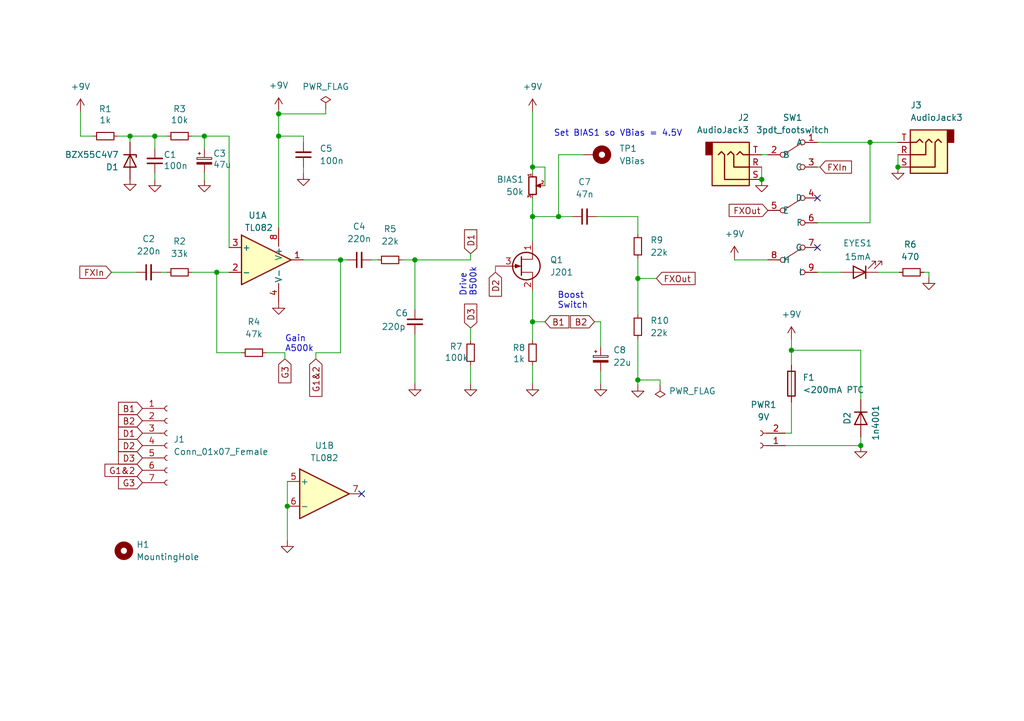
<source format=kicad_sch>
(kicad_sch (version 20211123) (generator eeschema)
  (paper "A5")
  (title_block (title "Ray guitar pedal") (rev "1.0") (company "Dohle"))
  (lib_symbols
    (symbol "Amplifier_Operational:TL082" (pin_names (offset 0.127))
      (property "Reference" "U" (at 0 5.08 0))
      (property "Value" "TL082" (at 0 -5.08 0))
      (symbol "TL082_1_1"
        (polyline (pts (xy -5.08 5.08) (xy 5.08 0) (xy -5.08 -5.08) (xy -5.08 5.08)) (stroke (width 0.254)) (fill (type background)))
        (pin output line (at 7.62 0 180) (length 2.54) (name "~") (number "1"))
        (pin input line (at -7.62 -2.54 0) (length 2.54) (name "-") (number "2"))
        (pin input line (at -7.62 2.54 0) (length 2.54) (name "+") (number "3"))
      )
      (symbol "TL082_2_1"
        (polyline (pts (xy -5.08 5.08) (xy 5.08 0) (xy -5.08 -5.08) (xy -5.08 5.08)) (stroke (width 0.254)) (fill (type background)))
        (pin input line (at -7.62 2.54 0) (length 2.54) (name "+") (number "5"))
        (pin input line (at -7.62 -2.54 0) (length 2.54) (name "-") (number "6"))
        (pin output line (at 7.62 0 180) (length 2.54) (name "~") (number "7"))
      )
      (symbol "TL082_3_1"
        (pin power_in line (at -2.54 -7.62 90) (length 3.81) (name "V-") (number "4"))
        (pin power_in line (at -2.54 7.62 270) (length 3.81) (name "V+") (number "8"))
      )
    )
    (symbol "Connector:AudioJack3"
      (property "Reference" "J" (at 0 8.89 0))
      (property "Value" "AudioJack3" (at 0 6.35 0))
      (symbol "AudioJack3_0_1"
        (rectangle (start -5.08 -5.08) (end -6.35 -2.54) (stroke (width 0.254)) (fill (type outline)))
        (polyline (pts (xy 0 -2.54) (xy 0.635 -3.175) (xy 1.27 -2.54) (xy 2.54 -2.54)) (stroke (width 0.254)))
        (polyline (pts (xy -1.905 -2.54) (xy -1.27 -3.175) (xy -0.635 -2.54) (xy -0.635 0) (xy 2.54 0)) (stroke (width 0.254)))
        (polyline (pts (xy 2.54 2.54) (xy -2.54 2.54) (xy -2.54 -2.54) (xy -3.175 -3.175) (xy -3.81 -2.54)) (stroke (width 0.254)))
        (rectangle (start 2.54 3.81) (end -5.08 -5.08) (stroke (width 0.254)) (fill (type background)))
      )
      (symbol "AudioJack3_1_1"
        (pin passive line (at 5.08 0 180) (length 2.54) (name "~") (number "R"))
        (pin passive line (at 5.08 2.54 180) (length 2.54) (name "~") (number "S"))
        (pin passive line (at 5.08 -2.54 180) (length 2.54) (name "~") (number "T"))
      )
    )
    (symbol "Connector:Conn_01x02_Female" (pin_names (offset 1.016) hide)
      (property "Reference" "J" (at 0 2.54 0))
      (property "Value" "Conn_01x02_Female" (at 0 -5.08 0))
      (symbol "Conn_01x02_Female_1_1"
        (arc (start 0 -2.032) (mid -0.508 -2.54) (end 0 -3.048) (stroke (width 0.1524)))
        (polyline (pts (xy -1.27 -2.54) (xy -0.508 -2.54)) (stroke (width 0.1524)))
        (polyline (pts (xy -1.27 0) (xy -0.508 0)) (stroke (width 0.1524)))
        (arc (start 0 0.508) (mid -0.508 0) (end 0 -0.508) (stroke (width 0.1524)))
        (pin passive line (at -5.08 0 0) (length 3.81) (name "Pin_1") (number "1"))
        (pin passive line (at -5.08 -2.54 0) (length 3.81) (name "Pin_2") (number "2"))
      )
    )
    (symbol "Connector:Conn_01x07_Female" (pin_names (offset 1.016) hide)
      (property "Reference" "J" (at 0 10.16 0))
      (property "Value" "Conn_01x07_Female" (at 0 -10.16 0))
      (symbol "Conn_01x07_Female_1_1"
        (arc (start 0 -7.112) (mid -0.508 -7.62) (end 0 -8.128) (stroke (width 0.1524)))
        (arc (start 0 -4.572) (mid -0.508 -5.08) (end 0 -5.588) (stroke (width 0.1524)))
        (arc (start 0 -2.032) (mid -0.508 -2.54) (end 0 -3.048) (stroke (width 0.1524)))
        (polyline (pts (xy -1.27 -7.62) (xy -0.508 -7.62)) (stroke (width 0.1524)))
        (polyline (pts (xy -1.27 -5.08) (xy -0.508 -5.08)) (stroke (width 0.1524)))
        (polyline (pts (xy -1.27 -2.54) (xy -0.508 -2.54)) (stroke (width 0.1524)))
        (polyline (pts (xy -1.27 0) (xy -0.508 0)) (stroke (width 0.1524)))
        (polyline (pts (xy -1.27 2.54) (xy -0.508 2.54)) (stroke (width 0.1524)))
        (polyline (pts (xy -1.27 5.08) (xy -0.508 5.08)) (stroke (width 0.1524)))
        (polyline (pts (xy -1.27 7.62) (xy -0.508 7.62)) (stroke (width 0.1524)))
        (arc (start 0 0.508) (mid -0.508 0) (end 0 -0.508) (stroke (width 0.1524)))
        (arc (start 0 3.048) (mid -0.508 2.54) (end 0 2.032) (stroke (width 0.1524)))
        (arc (start 0 5.588) (mid -0.508 5.08) (end 0 4.572) (stroke (width 0.1524)))
        (arc (start 0 8.128) (mid -0.508 7.62) (end 0 7.112) (stroke (width 0.1524)))
        (pin passive line (at -5.08 7.62 0) (length 3.81) (name "Pin_1") (number "1"))
        (pin passive line (at -5.08 5.08 0) (length 3.81) (name "Pin_2") (number "2"))
        (pin passive line (at -5.08 2.54 0) (length 3.81) (name "Pin_3") (number "3"))
        (pin passive line (at -5.08 0 0) (length 3.81) (name "Pin_4") (number "4"))
        (pin passive line (at -5.08 -2.54 0) (length 3.81) (name "Pin_5") (number "5"))
        (pin passive line (at -5.08 -5.08 0) (length 3.81) (name "Pin_6") (number "6"))
        (pin passive line (at -5.08 -7.62 0) (length 3.81) (name "Pin_7") (number "7"))
      )
    )
    (symbol "Device:C_Polarized_Small" (pin_numbers hide) (pin_names (offset 0.254) hide)
      (property "Reference" "C" (at 0.254 1.778 0))
      (property "Value" "C_Polarized_Small" (at 0.254 -2.032 0))
      (symbol "C_Polarized_Small_0_1"
        (rectangle (start -1.524 -0.3048) (end 1.524 -0.6858) (fill (type outline)))
        (rectangle (start -1.524 0.6858) (end 1.524 0.3048))
        (polyline (pts (xy -1.27 1.524) (xy -0.762 1.524)))
        (polyline (pts (xy -1.016 1.27) (xy -1.016 1.778)))
      )
      (symbol "C_Polarized_Small_1_1"
        (pin passive line (at 0 2.54 270) (length 1.8542) (name "~") (number "1"))
        (pin passive line (at 0 -2.54 90) (length 1.8542) (name "~") (number "2"))
      )
    )
    (symbol "Device:C_Small" (pin_numbers hide) (pin_names (offset 0.254) hide)
      (property "Reference" "C" (at 0.254 1.778 0))
      (property "Value" "C_Small" (at 0.254 -2.032 0))
      (symbol "C_Small_0_1"
        (polyline (pts (xy -1.524 -0.508) (xy 1.524 -0.508)) (stroke (width 0.3302)))
        (polyline (pts (xy -1.524 0.508) (xy 1.524 0.508)) (stroke (width 0.3048)))
      )
      (symbol "C_Small_1_1"
        (pin passive line (at 0 2.54 270) (length 2.032) (name "~") (number "1"))
        (pin passive line (at 0 -2.54 90) (length 2.032) (name "~") (number "2"))
      )
    )
    (symbol "Device:D_Zener" (pin_numbers hide) (pin_names (offset 1.016) hide)
      (property "Reference" "D" (at 0 2.54 0))
      (property "Value" "D_Zener" (at 0 -2.54 0))
      (symbol "D_Zener_0_1"
        (polyline (pts (xy 1.27 0) (xy -1.27 0)))
        (polyline (pts (xy -1.27 -1.27) (xy -1.27 1.27) (xy -0.762 1.27)) (stroke (width 0.254)))
        (polyline (pts (xy 1.27 -1.27) (xy 1.27 1.27) (xy -1.27 0) (xy 1.27 -1.27)) (stroke (width 0.254)))
      )
      (symbol "D_Zener_1_1"
        (pin passive line (at -3.81 0 0) (length 2.54) (name "K") (number "1"))
        (pin passive line (at 3.81 0 180) (length 2.54) (name "A") (number "2"))
      )
    )
    (symbol "Device:Fuse" (pin_numbers hide) (pin_names (offset 0))
      (property "Reference" "F" (at 2.032 0 90))
      (property "Value" "Fuse" (at -1.905 0 90))
      (symbol "Fuse_0_1"
        (rectangle (start -0.762 -2.54) (end 0.762 2.54) (stroke (width 0.254)))
        (polyline (pts (xy 0 2.54) (xy 0 -2.54)))
      )
      (symbol "Fuse_1_1"
        (pin passive line (at 0 3.81 270) (length 1.27) (name "~") (number "1"))
        (pin passive line (at 0 -3.81 90) (length 1.27) (name "~") (number "2"))
      )
    )
    (symbol "Device:LED" (pin_numbers hide) (pin_names (offset 1.016) hide)
      (property "Reference" "D" (at 0 2.54 0))
      (property "Value" "LED" (at 0 -2.54 0))
      (symbol "LED_0_1"
        (polyline (pts (xy -1.27 -1.27) (xy -1.27 1.27)) (stroke (width 0.254)))
        (polyline (pts (xy -1.27 0) (xy 1.27 0)))
        (polyline (pts (xy 1.27 -1.27) (xy 1.27 1.27) (xy -1.27 0) (xy 1.27 -1.27)) (stroke (width 0.254)))
        (polyline (pts (xy -3.048 -0.762) (xy -4.572 -2.286) (xy -3.81 -2.286) (xy -4.572 -2.286) (xy -4.572 -1.524)))
        (polyline (pts (xy -1.778 -0.762) (xy -3.302 -2.286) (xy -2.54 -2.286) (xy -3.302 -2.286) (xy -3.302 -1.524)))
      )
      (symbol "LED_1_1"
        (pin passive line (at -3.81 0 0) (length 2.54) (name "K") (number "1"))
        (pin passive line (at 3.81 0 180) (length 2.54) (name "A") (number "2"))
      )
    )
    (symbol "Device:Q_NJFET_DSG" (pin_names (offset 0) hide)
      (property "Reference" "Q" (at 5.08 1.27 0))
      (property "Value" "Q_NJFET_DSG" (at 5.08 -1.27 0))
      (symbol "Q_NJFET_DSG_0_1"
        (polyline (pts (xy 0.254 1.905) (xy 0.254 -1.905) (xy 0.254 -1.905)) (stroke (width 0.254)))
        (polyline (pts (xy 2.54 -2.54) (xy 2.54 -1.27) (xy 0.254 -1.27)))
        (polyline (pts (xy 2.54 2.54) (xy 2.54 1.397) (xy 0.254 1.397)))
        (polyline (pts (xy 0 0) (xy -1.016 0.381) (xy -1.016 -0.381) (xy 0 0)) (fill (type outline)))
        (circle (center 1.27 0) (radius 2.8194) (stroke (width 0.254)))
      )
      (symbol "Q_NJFET_DSG_1_1"
        (pin passive line (at 2.54 5.08 270) (length 2.54) (name "D") (number "1"))
        (pin passive line (at 2.54 -5.08 90) (length 2.54) (name "S") (number "2"))
        (pin input line (at -5.08 0 0) (length 5.334) (name "G") (number "3"))
      )
    )
    (symbol "Device:R_Potentiometer_Small" (pin_names (offset 1.016) hide)
      (property "Reference" "RV" (at -4.445 0 90))
      (property "Value" "R_Potentiometer_Small" (at -2.54 0 90))
      (symbol "R_Potentiometer_Small_0_1"
        (polyline (pts (xy 0.889 0) (xy 0.635 0) (xy 1.651 0.381) (xy 1.651 -0.381) (xy 0.635 0) (xy 0.889 0)) (fill (type outline)))
        (rectangle (start 0.762 1.8034) (end -0.762 -1.8034) (stroke (width 0.254)))
      )
      (symbol "R_Potentiometer_Small_1_1"
        (pin passive line (at 0 2.54 270) (length 0.635) (name "1") (number "1"))
        (pin passive line (at 2.54 0 180) (length 0.9906) (name "2") (number "2"))
        (pin passive line (at 0 -2.54 90) (length 0.635) (name "3") (number "3"))
      )
    )
    (symbol "Device:R_Small" (pin_numbers hide) (pin_names (offset 0.254) hide)
      (property "Reference" "R" (at 0.762 0.508 0))
      (property "Value" "R_Small" (at 0.762 -1.016 0))
      (symbol "R_Small_0_1"
        (rectangle (start -0.762 1.778) (end 0.762 -1.778) (stroke (width 0.2032)))
      )
      (symbol "R_Small_1_1"
        (pin passive line (at 0 2.54 270) (length 0.762) (name "~") (number "1"))
        (pin passive line (at 0 -2.54 90) (length 0.762) (name "~") (number "2"))
      )
    )
    (symbol "Diode:1N4148" (pin_numbers hide) (pin_names (offset 1.016) hide)
      (property "Reference" "D" (at 0 2.54 0))
      (property "Value" "1N4148" (at 0 -2.54 0))
      (symbol "1N4148_0_1"
        (polyline (pts (xy -1.27 1.27) (xy -1.27 -1.27)) (stroke (width 0.254)))
        (polyline (pts (xy 1.27 0) (xy -1.27 0)))
        (polyline (pts (xy 1.27 1.27) (xy 1.27 -1.27) (xy -1.27 0) (xy 1.27 1.27)) (stroke (width 0.254)))
      )
      (symbol "1N4148_1_1"
        (pin passive line (at -3.81 0 0) (length 2.54) (name "K") (number "1"))
        (pin passive line (at 3.81 0 180) (length 2.54) (name "A") (number "2"))
      )
    )
    (symbol "Mechanical:MountingHole" (pin_names (offset 1.016))
      (property "Reference" "H" (at 0 5.08 0))
      (property "Value" "MountingHole" (at 0 3.175 0))
      (symbol "MountingHole_0_1"
        (circle (center 0 0) (radius 1.27) (stroke (width 1.27)))
      )
    )
    (symbol "Mechanical:MountingHole_Pad" (pin_numbers hide) (pin_names (offset 1.016) hide)
      (property "Reference" "H" (at 0 6.35 0))
      (property "Value" "MountingHole_Pad" (at 0 4.445 0))
      (symbol "MountingHole_Pad_0_1"
        (circle (center 0 1.27) (radius 1.27) (stroke (width 1.27)))
      )
      (symbol "MountingHole_Pad_1_1"
        (pin input line (at 0 -2.54 90) (length 2.54) (name "1") (number "1"))
      )
    )
    (symbol "power:+9V" (power) (pin_names (offset 0))
      (property "Value" "+9V" (at 0 3.556 0))
      (symbol "+9V_0_1"
        (polyline (pts (xy -0.762 1.27) (xy 0 2.54)))
        (polyline (pts (xy 0 0) (xy 0 2.54)))
        (polyline (pts (xy 0 2.54) (xy 0.762 1.27)))
      )
      (symbol "+9V_1_1"
        (pin power_in line (at 0 0 90) (length 0) hide (name "+9V") (number "1"))
      )
    )
    (symbol "power:GND" (power) (pin_names (offset 0))
      (property "Value" "GND" (at 0 -3.81 0))
      (symbol "GND_0_1"
        (polyline (pts (xy 0 0) (xy 0 -1.27) (xy 1.27 -1.27) (xy 0 -2.54) (xy -1.27 -1.27) (xy 0 -1.27)))
      )
      (symbol "GND_1_1"
        (pin power_in line (at 0 0 270) (length 0) hide (name "GND") (number "1"))
      )
    )
    (symbol "power:PWR_FLAG" (power) (pin_numbers hide) (pin_names (offset 0) hide)
      (property "Value" "PWR_FLAG" (at 0 3.81 0))
      (symbol "PWR_FLAG_0_0"
        (pin power_out line (at 0 0 90) (length 0) (name "pwr") (number "1"))
      )
      (symbol "PWR_FLAG_0_1"
        (polyline (pts (xy 0 0) (xy 0 1.27) (xy -1.016 1.905) (xy 0 2.54) (xy 1.016 1.905) (xy 0 1.27)))
      )
    )
    (symbol "symbols:3pdt_footswitch"
      (property "Reference" "SW" (at 0 21.59 0))
      (property "Value" "3pdt_footswitch" (at 1.27 -15.875 0))
      (symbol "3pdt_footswitch_0_0"
        (circle (center -0.127 -8.89) (radius 0.508))
        (circle (center -0.127 1.27) (radius 0.508))
        (circle (center -0.127 12.7) (radius 0.508))
        (circle (center 3.937 -11.43) (radius 0.508))
        (circle (center 3.937 -1.27) (radius 0.508))
        (circle (center 3.937 10.16) (radius 0.508))
      )
      (symbol "3pdt_footswitch_0_1"
        (polyline (pts (xy 0.381 -8.636) (xy 3.556 -6.604)))
        (polyline (pts (xy 0.381 1.524) (xy 3.556 3.556)))
        (polyline (pts (xy 0.381 12.954) (xy 3.556 14.986)))
        (circle (center 3.937 -6.35) (radius 0.508))
        (circle (center 3.937 3.81) (radius 0.508))
        (circle (center 3.937 15.24) (radius 0.508))
      )
      (symbol "3pdt_footswitch_1_1"
        (pin passive line (at 6.985 15.24 180) (length 2.54) (name "A") (number "1"))
        (pin passive line (at -3.175 12.7 0) (length 2.54) (name "B") (number "2"))
        (pin passive line (at 6.985 10.16 180) (length 2.54) (name "C") (number "3"))
        (pin passive line (at 6.985 3.81 180) (length 2.54) (name "D") (number "4"))
        (pin passive line (at -3.175 1.27 0) (length 2.54) (name "E") (number "5"))
        (pin passive line (at 6.985 -1.27 180) (length 2.54) (name "F") (number "6"))
        (pin passive line (at 6.985 -6.35 180) (length 2.54) (name "G") (number "7"))
        (pin passive line (at -3.175 -8.89 0) (length 2.54) (name "H") (number "8"))
        (pin passive line (at 6.985 -11.43 180) (length 2.54) (name "I") (number "9"))
      )
    )
  )
  (junction (at 109.22 34.29))
  (junction (at 114.554 44.45))
  (junction (at 31.75 27.94))
  (junction (at 178.435 29.21))
  (junction (at 44.45 55.88))
  (junction (at 26.67 27.94))
  (junction (at 130.81 77.978))
  (junction (at 57.15 27.94))
  (junction (at 184.15 34.29))
  (junction (at 130.81 57.15))
  (junction (at 162.306 71.882))
  (junction (at 57.15 23.368))
  (junction (at 69.85 53.34))
  (junction (at 109.22 66.04))
  (junction (at 176.53 91.44))
  (junction (at 85.09 53.34))
  (junction (at 41.91 27.94))
  (junction (at 58.928 103.886))
  (junction (at 109.22 44.45))
  (junction (at 156.21 36.83))
  (no_connect (at 167.64 50.8))
  (no_connect (at 167.64 40.64))
  (no_connect (at 74.168 101.346))
  (wire (pts (xy 58.928 103.886) (xy 58.928 110.871)))
  (wire (pts (xy 167.64 45.72) (xy 178.435 45.72)))
  (wire (pts (xy 96.52 74.93) (xy 96.52 78.74)))
  (wire (pts (xy 85.09 53.34) (xy 85.09 63.5)))
  (wire (pts (xy 109.22 44.45) (xy 109.22 49.53)))
  (wire (pts (xy 114.554 44.45) (xy 117.348 44.45)))
  (wire (pts (xy 31.75 27.94) (xy 34.29 27.94)))
  (wire (pts (xy 85.09 53.34) (xy 96.52 53.34)))
  (wire (pts (xy 33.02 55.88) (xy 34.29 55.88)))
  (wire (pts (xy 109.22 74.93) (xy 109.22 78.74)))
  (wire (pts (xy 57.15 27.94) (xy 62.23 27.94)))
  (wire (pts (xy 109.22 44.45) (xy 114.554 44.45)))
  (wire (pts (xy 44.45 55.88) (xy 46.99 55.88)))
  (wire (pts (xy 184.15 31.75) (xy 184.15 34.29)))
  (wire (pts (xy 54.61 72.39) (xy 58.42 72.39)))
  (wire (pts (xy 176.53 71.882) (xy 162.306 71.882)))
  (wire (pts (xy 46.99 50.8) (xy 46.99 27.94)))
  (wire (pts (xy 189.484 55.88) (xy 190.5 55.88)))
  (wire (pts (xy 109.22 40.64) (xy 109.22 44.45)))
  (wire (pts (xy 41.91 30.48) (xy 41.91 27.94)))
  (wire (pts (xy 130.81 64.516) (xy 130.81 57.15)))
  (wire (pts (xy 96.52 67.31) (xy 96.52 69.85)))
  (wire (pts (xy 46.99 27.94) (xy 41.91 27.94)))
  (wire (pts (xy 178.435 29.21) (xy 184.15 29.21)))
  (wire (pts (xy 57.15 23.368) (xy 57.15 27.94)))
  (wire (pts (xy 49.53 72.39) (xy 44.45 72.39)))
  (wire (pts (xy 96.52 53.34) (xy 96.52 52.07)))
  (wire (pts (xy 123.19 76.2) (xy 123.19 78.74)))
  (wire (pts (xy 121.92 66.04) (xy 123.19 66.04)))
  (wire (pts (xy 130.81 69.596) (xy 130.81 77.978)))
  (wire (pts (xy 109.22 22.86) (xy 109.22 34.29)))
  (wire (pts (xy 66.802 22.352) (xy 66.802 23.368)))
  (wire (pts (xy 123.19 66.04) (xy 123.19 71.12)))
  (wire (pts (xy 150.622 53.086) (xy 150.622 53.34)))
  (wire (pts (xy 19.05 27.94) (xy 16.51 27.94)))
  (wire (pts (xy 85.09 68.58) (xy 85.09 78.74)))
  (wire (pts (xy 161.036 88.9) (xy 162.306 88.9)))
  (wire (pts (xy 162.306 82.55) (xy 162.306 88.9)))
  (wire (pts (xy 26.67 36.576) (xy 26.67 36.83)))
  (wire (pts (xy 58.42 73.66) (xy 58.42 72.39)))
  (wire (pts (xy 167.64 34.29) (xy 168.148 34.29)))
  (wire (pts (xy 64.77 72.39) (xy 69.85 72.39)))
  (wire (pts (xy 122.428 44.45) (xy 130.81 44.45)))
  (wire (pts (xy 130.81 77.978) (xy 130.81 78.994)))
  (wire (pts (xy 24.13 27.94) (xy 26.67 27.94)))
  (wire (pts (xy 172.466 55.88) (xy 167.64 55.88)))
  (wire (pts (xy 62.23 27.94) (xy 62.23 29.21)))
  (wire (pts (xy 66.802 23.368) (xy 57.15 23.368)))
  (wire (pts (xy 41.91 27.94) (xy 39.37 27.94)))
  (wire (pts (xy 101.6 54.61) (xy 101.6 55.88)))
  (wire (pts (xy 69.85 53.34) (xy 71.12 53.34)))
  (wire (pts (xy 109.22 66.04) (xy 109.22 69.85)))
  (wire (pts (xy 111.76 66.04) (xy 109.22 66.04)))
  (wire (pts (xy 161.036 91.44) (xy 176.53 91.44)))
  (wire (pts (xy 69.85 72.39) (xy 69.85 53.34)))
  (wire (pts (xy 109.22 34.29) (xy 109.22 35.56)))
  (wire (pts (xy 130.81 57.15) (xy 134.62 57.15)))
  (wire (pts (xy 167.64 29.21) (xy 178.435 29.21)))
  (wire (pts (xy 111.76 34.29) (xy 109.22 34.29)))
  (wire (pts (xy 157.48 31.75) (xy 156.21 31.75)))
  (wire (pts (xy 31.75 35.56) (xy 31.75 36.83)))
  (wire (pts (xy 150.622 53.34) (xy 157.48 53.34)))
  (wire (pts (xy 82.55 53.34) (xy 85.09 53.34)))
  (wire (pts (xy 62.23 34.29) (xy 62.23 35.56)))
  (wire (pts (xy 26.67 27.94) (xy 31.75 27.94)))
  (wire (pts (xy 176.53 89.662) (xy 176.53 91.44)))
  (wire (pts (xy 64.77 73.66) (xy 64.77 72.39)))
  (wire (pts (xy 130.81 44.45) (xy 130.81 48.006)))
  (wire (pts (xy 76.2 53.34) (xy 77.47 53.34)))
  (wire (pts (xy 44.45 72.39) (xy 44.45 55.88)))
  (wire (pts (xy 130.81 57.15) (xy 130.81 53.086)))
  (wire (pts (xy 39.37 55.88) (xy 44.45 55.88)))
  (wire (pts (xy 62.23 53.34) (xy 69.85 53.34)))
  (wire (pts (xy 176.53 82.042) (xy 176.53 71.882)))
  (wire (pts (xy 41.91 35.56) (xy 41.91 36.83)))
  (wire (pts (xy 119.634 31.75) (xy 114.554 31.75)))
  (wire (pts (xy 58.928 98.806) (xy 58.928 103.886)))
  (wire (pts (xy 109.22 59.69) (xy 109.22 66.04)))
  (wire (pts (xy 135.382 78.994) (xy 135.382 77.978)))
  (wire (pts (xy 26.67 27.94) (xy 26.67 29.21)))
  (wire (pts (xy 31.75 27.94) (xy 31.75 30.48)))
  (wire (pts (xy 57.15 22.606) (xy 57.15 23.368)))
  (wire (pts (xy 156.21 34.29) (xy 156.21 36.83)))
  (wire (pts (xy 111.76 38.1) (xy 111.76 34.29)))
  (wire (pts (xy 16.51 27.94) (xy 16.51 22.86)))
  (wire (pts (xy 190.5 55.88) (xy 190.5 56.896)))
  (wire (pts (xy 180.086 55.88) (xy 184.404 55.88)))
  (wire (pts (xy 162.306 71.882) (xy 162.306 74.93)))
  (wire (pts (xy 114.554 31.75) (xy 114.554 44.45)))
  (wire (pts (xy 130.81 77.978) (xy 135.382 77.978)))
  (wire (pts (xy 22.86 55.88) (xy 27.94 55.88)))
  (wire (pts (xy 57.15 27.94) (xy 57.15 46.736)))
  (wire (pts (xy 162.306 69.596) (xy 162.306 71.882)))
  (wire (pts (xy 178.435 29.21) (xy 178.435 45.72)))
  (text "Boost\nSwitch" (at 114.3 63.5 0) (effects (font (size 1.27 1.27)) (justify left bottom)))
  (text "Drive\nB500k\n" (at 97.79 60.96 90) (effects (font (size 1.27 1.27)) (justify left bottom)))
  (text "Set BIAS1 so VBias = 4.5V" (at 113.538 28.194 0) (effects (font (size 1.27 1.27)) (justify left bottom)))
  (text "Gain\nA500k\n" (at 58.42 72.39 0) (effects (font (size 1.27 1.27)) (justify left bottom)))
  (global_label "G1&2" (shape input) (at 64.77 73.66 270) (property "Intersheet References" "${INTERSHEET_REFS}" (effects hide)))
  (global_label "FXOut" (shape input) (at 134.62 57.15 0) (property "Intersheet References" "${INTERSHEET_REFS}" (effects hide)))
  (global_label "D1" (shape input) (at 96.52 52.07 90) (property "Intersheet References" "${INTERSHEET_REFS}" (effects hide)))
  (global_label "FXIn" (shape input) (at 168.148 34.29 0) (property "Intersheet References" "${INTERSHEET_REFS}" (effects hide)))
  (global_label "FXOut" (shape input) (at 157.48 43.18 180) (property "Intersheet References" "${INTERSHEET_REFS}" (effects hide)))
  (global_label "B2" (shape input) (at 121.92 66.04 180) (property "Intersheet References" "${INTERSHEET_REFS}" (effects hide)))
  (global_label "B1" (shape input) (at 111.76 66.04 0) (property "Intersheet References" "${INTERSHEET_REFS}" (effects hide)))
  (global_label "B1" (shape input) (at 29.21 83.82 180) (property "Intersheet References" "${INTERSHEET_REFS}" (effects hide)))
  (global_label "D2" (shape input) (at 29.21 91.44 180) (property "Intersheet References" "${INTERSHEET_REFS}" (effects hide)))
  (global_label "G3" (shape input) (at 58.42 73.66 270) (property "Intersheet References" "${INTERSHEET_REFS}" (effects hide)))
  (global_label "G3" (shape input) (at 29.21 99.06 180) (property "Intersheet References" "${INTERSHEET_REFS}" (effects hide)))
  (global_label "FXIn" (shape input) (at 22.86 55.88 180) (property "Intersheet References" "${INTERSHEET_REFS}" (effects hide)))
  (global_label "D3" (shape input) (at 29.21 93.98 180) (property "Intersheet References" "${INTERSHEET_REFS}" (effects hide)))
  (global_label "D2" (shape input) (at 101.6 55.88 270) (property "Intersheet References" "${INTERSHEET_REFS}" (effects hide)))
  (global_label "G1&2" (shape input) (at 29.21 96.52 180) (property "Intersheet References" "${INTERSHEET_REFS}" (effects hide)))
  (global_label "D1" (shape input) (at 29.21 88.9 180) (property "Intersheet References" "${INTERSHEET_REFS}" (effects hide)))
  (global_label "D3" (shape input) (at 96.52 67.31 90) (property "Intersheet References" "${INTERSHEET_REFS}" (effects hide)))
  (global_label "B2" (shape input) (at 29.21 86.36 180) (property "Intersheet References" "${INTERSHEET_REFS}" (effects hide)))
  (symbol (lib_id "Device:R_Small") (at 21.59 27.94 270) (unit 1)
    (property "Reference" "R1" (at 21.59 22.352 90))
    (property "Value" "1k" (at 21.59 24.638 90))
    (property "Footprint" "Resistor_THT:R_Axial_DIN0207_L6.3mm_D2.5mm_P10.16mm_Horizontal" (effects hide))
  )
  (symbol (lib_id "Device:R_Small") (at 130.81 67.056 180) (unit 1)
    (property "Reference" "R10" (at 133.35 65.7859 0) (effects (justify right)))
    (property "Value" "22k" (at 133.35 68.3259 0) (effects (justify right)))
    (property "Footprint" "Resistor_THT:R_Axial_DIN0207_L6.3mm_D2.5mm_P10.16mm_Horizontal" (effects hide))
  )
  (symbol (lib_id "Device:C_Small") (at 30.48 55.88 90) (unit 1)
    (property "Reference" "C2" (at 30.4863 49.022 90))
    (property "Value" "220n" (at 30.4863 51.562 90))
    (property "Footprint" "Capacitor_THT:C_Rect_L7.0mm_W4.5mm_P5.00mm" (effects hide))
  )
  (symbol (lib_id "power:+9V") (at 16.51 22.86 0) (unit 1)
    (property "Reference" "#PWR02" (effects hide))
    (property "Value" "+9V" (at 16.51 17.78 0))
  )
  (symbol (lib_id "power:GND") (at 184.15 34.29 0) (unit 1)
    (property "Reference" "#PWR020" (effects hide))
    (property "Value" "GND" (effects hide))
  )
  (symbol (lib_id "Device:R_Small") (at 186.944 55.88 90) (unit 1)
    (property "Reference" "R6" (at 186.69 50.165 90))
    (property "Value" "470" (at 186.69 52.705 90))
    (property "Footprint" "Resistor_THT:R_Axial_DIN0207_L6.3mm_D2.5mm_P10.16mm_Horizontal" (effects hide))
  )
  (symbol (lib_id "Mechanical:MountingHole_Pad") (at 122.174 31.75 270) (unit 1)
    (property "Reference" "TP1" (at 127 30.4799 90) (effects (justify left)))
    (property "Value" "VBias" (at 127 33.0199 90) (effects (justify left)))
    (property "Footprint" "TestPoint:TestPoint_THTPad_1.5x1.5mm_Drill0.7mm" (effects hide))
  )
  (symbol (lib_id "symbols:3pdt_footswitch") (at 160.655 44.45 0) (unit 1)
    (property "Reference" "SW1" (at 162.56 24.13 0))
    (property "Value" "3pdt_footswitch" (at 162.56 26.67 0))
    (property "Footprint" "footprints:3pdt_footswitch" (effects hide))
  )
  (symbol (lib_id "power:GND") (at 31.75 36.83 0) (unit 1)
    (property "Reference" "#PWR04" (effects hide))
    (property "Value" "GND" (effects hide))
  )
  (symbol (lib_id "Device:R_Small") (at 36.83 27.94 90) (unit 1)
    (property "Reference" "R3" (at 36.83 22.352 90))
    (property "Value" "10k" (at 36.83 24.638 90))
    (property "Footprint" "Resistor_THT:R_Axial_DIN0207_L6.3mm_D2.5mm_P10.16mm_Horizontal" (effects hide))
  )
  (symbol (lib_id "Device:R_Small") (at 96.52 72.39 180) (unit 1)
    (property "Reference" "R7" (at 92.202 71.12 0) (effects (justify right)))
    (property "Value" "100k" (at 91.186 73.406 0) (effects (justify right)))
    (property "Footprint" "Resistor_THT:R_Axial_DIN0207_L6.3mm_D2.5mm_P10.16mm_Horizontal" (effects hide))
  )
  (symbol (lib_id "Amplifier_Operational:TL082") (at 59.69 54.356 0) (unit 3)
    (property "Reference" "U1" (effects hide))
    (property "Value" "TL082" (effects hide))
    (property "Footprint" "Package_DIP:DIP-8_W7.62mm_Socket_LongPads" (effects hide))
    (property "Datasheet" "http://www.ti.com/lit/ds/symlink/tl081.pdf" (effects hide))
  )
  (symbol (lib_id "Device:C_Small") (at 31.75 33.02 180) (unit 1)
    (property "Reference" "C1" (at 33.528 31.75 0) (effects (justify right)))
    (property "Value" "100n" (at 33.528 34.036 0) (effects (justify right)))
    (property "Footprint" "Capacitor_THT:C_Rect_L7.0mm_W4.5mm_P5.00mm" (effects hide))
  )
  (symbol (lib_id "power:GND") (at 57.15 61.976 0) (unit 1)
    (property "Reference" "#PWR07" (effects hide))
    (property "Value" "GND" (effects hide))
  )
  (symbol (lib_id "power:GND") (at 109.22 78.74 0) (unit 1)
    (property "Reference" "#PWR014" (effects hide))
    (property "Value" "GND" (effects hide))
  )
  (symbol (lib_id "power:GND") (at 26.67 36.576 0) (unit 1)
    (property "Reference" "#PWR03" (effects hide))
    (property "Value" "GND" (effects hide))
  )
  (symbol (lib_id "Device:Q_NJFET_DSG") (at 106.68 54.61 0) (unit 1)
    (property "Reference" "Q1" (at 112.776 53.3399 0) (effects (justify left)))
    (property "Value" "J201" (at 112.776 55.8799 0) (effects (justify left)))
    (property "Footprint" "Package_TO_SOT_SMD:SOT-23_Handsoldering" (effects hide))
  )
  (symbol (lib_id "Mechanical:MountingHole") (at 25.4 113.03 0) (unit 1)
    (property "Reference" "H1" (at 27.94 111.7599 0) (effects (justify left)))
    (property "Value" "MountingHole" (at 27.94 114.2999 0) (effects (justify left)))
    (property "Footprint" "MountingHole:MountingHole_2.2mm_M2" (effects hide))
  )
  (symbol (lib_id "power:GND") (at 85.09 78.74 0) (unit 1)
    (property "Reference" "#PWR011" (effects hide))
    (property "Value" "GND" (effects hide))
  )
  (symbol (lib_id "power:+9V") (at 150.622 53.086 0) (unit 1)
    (property "Reference" "#PWR021" (effects hide))
    (property "Value" "+9V" (at 148.59 48.006 0) (effects (justify left)))
  )
  (symbol (lib_id "power:GND") (at 62.23 35.56 0) (unit 1)
    (property "Reference" "#PWR010" (effects hide))
    (property "Value" "GND" (effects hide))
  )
  (symbol (lib_id "power:+9V") (at 57.15 22.606 0) (unit 1)
    (property "Reference" "#PWR06" (effects hide))
    (property "Value" "+9V" (at 57.15 17.526 0))
  )
  (symbol (lib_id "power:GND") (at 156.21 36.83 0) (mirror y) (unit 1)
    (property "Reference" "#PWR0101" (effects hide))
    (property "Value" "GND" (effects hide))
  )
  (symbol (lib_id "Device:R_Potentiometer_Small") (at 109.22 38.1 0) (unit 1)
    (property "Reference" "BIAS1" (at 107.442 36.8299 0) (effects (justify right)))
    (property "Value" "50k" (at 107.442 39.3699 0) (effects (justify right)))
    (property "Footprint" "Potentiometer_THT:Potentiometer_Bourns_3299W_Vertical" (effects hide))
  )
  (symbol (lib_id "Amplifier_Operational:TL082") (at 66.548 101.346 0) (unit 2)
    (property "Reference" "U1" (at 66.548 91.44 0))
    (property "Value" "TL082" (at 66.548 93.98 0))
    (property "Footprint" "Package_DIP:DIP-8_W7.62mm_Socket_LongPads" (effects hide))
    (property "Datasheet" "http://www.ti.com/lit/ds/symlink/tl081.pdf" (effects hide))
  )
  (symbol (lib_id "Connector:Conn_01x02_Female") (at 155.956 91.44 180) (unit 1)
    (property "Reference" "PWR1" (at 156.591 83.058 0))
    (property "Value" "9V" (at 156.591 85.598 0))
    (property "Footprint" "Connector_JST:JST_PH_B2B-PH-K_1x02_P2.00mm_Vertical" (effects hide))
  )
  (symbol (lib_id "power:GND") (at 96.52 78.74 0) (unit 1)
    (property "Reference" "#PWR012" (effects hide))
    (property "Value" "GND" (effects hide))
  )
  (symbol (lib_id "Device:Fuse") (at 162.306 78.74 180) (unit 1)
    (property "Reference" "F1" (at 164.592 77.4699 0) (effects (justify right)))
    (property "Value" "<200mA PTC" (at 164.592 80.0099 0) (effects (justify right)))
    (property "Footprint" "Capacitor_THT:C_Rect_L7.0mm_W4.5mm_P5.00mm" (effects hide))
  )
  (symbol (lib_id "Device:R_Small") (at 130.81 50.546 180) (unit 1)
    (property "Reference" "R9" (at 133.35 49.2759 0) (effects (justify right)))
    (property "Value" "22k" (at 133.35 51.8159 0) (effects (justify right)))
    (property "Footprint" "Resistor_THT:R_Axial_DIN0207_L6.3mm_D2.5mm_P10.16mm_Horizontal" (effects hide))
  )
  (symbol (lib_id "Connector:Conn_01x07_Female") (at 34.29 91.44 0) (unit 1)
    (property "Reference" "J1" (at 35.56 90.1699 0) (effects (justify left)))
    (property "Value" "Conn_01x07_Female" (at 35.56 92.7099 0) (effects (justify left)))
    (property "Footprint" "Connector_PinSocket_2.54mm:PinSocket_1x07_P2.54mm_Vertical" (effects hide))
  )
  (symbol (lib_id "Connector:AudioJack3") (at 151.13 34.29 0) (mirror x) (unit 1)
    (property "Reference" "J2" (at 153.67 24.13 0) (effects (justify right)))
    (property "Value" "AudioJack3" (at 153.67 26.67 0) (effects (justify right)))
    (property "Footprint" "footprints:StereoJackVertical" (effects hide))
  )
  (symbol (lib_id "power:GND") (at 176.53 91.44 0) (unit 1)
    (property "Reference" "#PWR019" (effects hide))
    (property "Value" "GND" (effects hide))
  )
  (symbol (lib_id "power:+9V") (at 109.22 22.86 0) (unit 1)
    (property "Reference" "#PWR013" (effects hide))
    (property "Value" "+9V" (at 109.22 17.78 0))
  )
  (symbol (lib_id "Device:D_Zener") (at 26.67 33.02 270) (unit 1)
    (property "Reference" "D1" (at 24.384 34.2901 90) (effects (justify right)))
    (property "Value" "BZX55C4V7" (at 24.384 31.7501 90) (effects (justify right)))
    (property "Footprint" "Diode_THT:D_DO-35_SOD27_P7.62mm_Horizontal" (effects hide))
  )
  (symbol (lib_id "Device:C_Small") (at 73.66 53.34 90) (unit 1)
    (property "Reference" "C4" (at 73.6663 46.482 90))
    (property "Value" "220n" (at 73.6663 49.022 90))
    (property "Footprint" "Capacitor_THT:C_Rect_L7.0mm_W4.5mm_P5.00mm" (effects hide))
  )
  (symbol (lib_id "Device:R_Small") (at 36.83 55.88 90) (unit 1)
    (property "Reference" "R2" (at 36.83 49.53 90))
    (property "Value" "33k" (at 36.83 52.07 90))
    (property "Footprint" "Resistor_THT:R_Axial_DIN0207_L6.3mm_D2.5mm_P10.16mm_Horizontal" (effects hide))
  )
  (symbol (lib_id "Device:C_Small") (at 85.09 66.04 0) (unit 1)
    (property "Reference" "C6" (at 81.026 64.262 0) (effects (justify left)))
    (property "Value" "220p" (at 78.232 67.056 0) (effects (justify left)))
    (property "Footprint" "Capacitor_THT:C_Rect_L7.0mm_W2.0mm_P5.00mm" (effects hide))
  )
  (symbol (lib_id "Device:C_Polarized_Small") (at 123.19 73.66 0) (unit 1)
    (property "Reference" "C8" (at 125.73 71.8438 0) (effects (justify left)))
    (property "Value" "22u" (at 125.73 74.3838 0) (effects (justify left)))
    (property "Footprint" "Capacitor_THT:CP_Radial_D5.0mm_P2.50mm" (effects hide))
  )
  (symbol (lib_id "Amplifier_Operational:TL082") (at 54.61 53.34 0) (unit 1)
    (property "Reference" "U1" (at 52.832 44.196 0))
    (property "Value" "TL082" (at 53.086 46.736 0))
    (property "Footprint" "Package_DIP:DIP-8_W7.62mm_Socket_LongPads" (effects hide))
    (property "Datasheet" "http://www.ti.com/lit/ds/symlink/tl081.pdf" (effects hide))
  )
  (symbol (lib_id "Diode:1N4148") (at 176.53 85.852 270) (unit 1)
    (property "Reference" "D2" (at 173.736 85.852 0))
    (property "Value" "1n4001" (at 179.578 83.058 0) (effects (justify left)))
    (property "Footprint" "Diode_THT:D_DO-15_P12.70mm_Horizontal" (effects hide))
    (property "Datasheet" "https://assets.nexperia.com/documents/data-sheet/1N4148_1N4448.pdf" (effects hide))
  )
  (symbol (lib_id "power:GND") (at 190.5 56.896 0) (unit 1)
    (property "Reference" "#PWR022" (effects hide))
    (property "Value" "GND" (effects hide))
  )
  (symbol (lib_id "power:GND") (at 41.91 36.83 0) (unit 1)
    (property "Reference" "#PWR05" (effects hide))
    (property "Value" "GND" (effects hide))
  )
  (symbol (lib_id "power:GND") (at 58.928 110.871 0) (unit 1)
    (property "Reference" "#PWR08" (effects hide))
    (property "Value" "GND" (effects hide))
  )
  (symbol (lib_id "Device:C_Small") (at 62.23 31.75 180) (unit 1)
    (property "Reference" "C5" (at 65.532 30.4735 0) (effects (justify right)))
    (property "Value" "100n" (at 65.532 33.0135 0) (effects (justify right)))
    (property "Footprint" "Capacitor_THT:C_Rect_L7.0mm_W4.5mm_P5.00mm" (effects hide))
  )
  (symbol (lib_id "power:PWR_FLAG") (at 66.802 22.352 0) (unit 1)
    (property "Reference" "#FLG0102" (effects hide))
    (property "Value" "PWR_FLAG" (at 66.802 17.78 0))
  )
  (symbol (lib_id "power:+9V") (at 162.306 69.596 0) (unit 1)
    (property "Reference" "#PWR018" (effects hide))
    (property "Value" "+9V" (at 162.306 64.516 0))
  )
  (symbol (lib_id "Device:LED") (at 176.276 55.88 180) (unit 1)
    (property "Reference" "EYES1" (at 175.895 49.911 0))
    (property "Value" "15mA" (at 175.895 52.705 0))
    (property "Footprint" "Connector_JST:JST_PH_B2B-PH-K_1x02_P2.00mm_Vertical" (effects hide))
  )
  (symbol (lib_id "Device:R_Small") (at 109.22 72.39 0) (unit 1)
    (property "Reference" "R8" (at 106.426 71.374 0))
    (property "Value" "1k" (at 106.426 73.66 0))
    (property "Footprint" "Resistor_THT:R_Axial_DIN0207_L6.3mm_D2.5mm_P10.16mm_Horizontal" (effects hide))
  )
  (symbol (lib_id "Device:R_Small") (at 52.07 72.39 90) (unit 1)
    (property "Reference" "R4" (at 52.07 66.04 90))
    (property "Value" "47k" (at 52.07 68.58 90))
    (property "Footprint" "Resistor_THT:R_Axial_DIN0207_L6.3mm_D2.5mm_P10.16mm_Horizontal" (effects hide))
  )
  (symbol (lib_id "power:GND") (at 130.81 78.994 0) (unit 1)
    (property "Reference" "#PWR016" (effects hide))
    (property "Value" "GND" (effects hide))
  )
  (symbol (lib_id "Device:C_Small") (at 119.888 44.45 90) (unit 1)
    (property "Reference" "C7" (at 119.8943 37.338 90))
    (property "Value" "47n" (at 119.8943 39.878 90))
    (property "Footprint" "Capacitor_THT:C_Disc_D5.0mm_W2.5mm_P5.00mm" (effects hide))
  )
  (symbol (lib_id "Device:C_Polarized_Small") (at 41.91 33.02 0) (unit 1)
    (property "Reference" "C3" (at 43.688 31.496 0) (effects (justify left)))
    (property "Value" "47u" (at 43.688 33.782 0) (effects (justify left)))
    (property "Footprint" "Capacitor_THT:CP_Radial_D5.0mm_P2.50mm" (effects hide))
  )
  (symbol (lib_id "power:PWR_FLAG") (at 135.382 78.994 180) (unit 1)
    (property "Reference" "#FLG0101" (effects hide))
    (property "Value" "PWR_FLAG" (at 137.16 80.2639 0) (effects (justify right)))
  )
  (symbol (lib_id "Connector:AudioJack3") (at 189.23 31.75 180) (unit 1)
    (property "Reference" "J3" (at 186.69 21.59 0) (effects (justify right)))
    (property "Value" "AudioJack3" (at 186.69 24.13 0) (effects (justify right)))
    (property "Footprint" "footprints:StereoJackVertical" (effects hide))
  )
  (symbol (lib_id "Device:R_Small") (at 80.01 53.34 90) (unit 1)
    (property "Reference" "R5" (at 80.01 46.99 90))
    (property "Value" "22k" (at 80.01 49.53 90))
    (property "Footprint" "Resistor_THT:R_Axial_DIN0207_L6.3mm_D2.5mm_P10.16mm_Horizontal" (effects hide))
  )
  (symbol (lib_id "power:GND") (at 123.19 78.74 0) (unit 1)
    (property "Reference" "#PWR015" (effects hide))
    (property "Value" "GND" (effects hide))
  )
)
</source>
